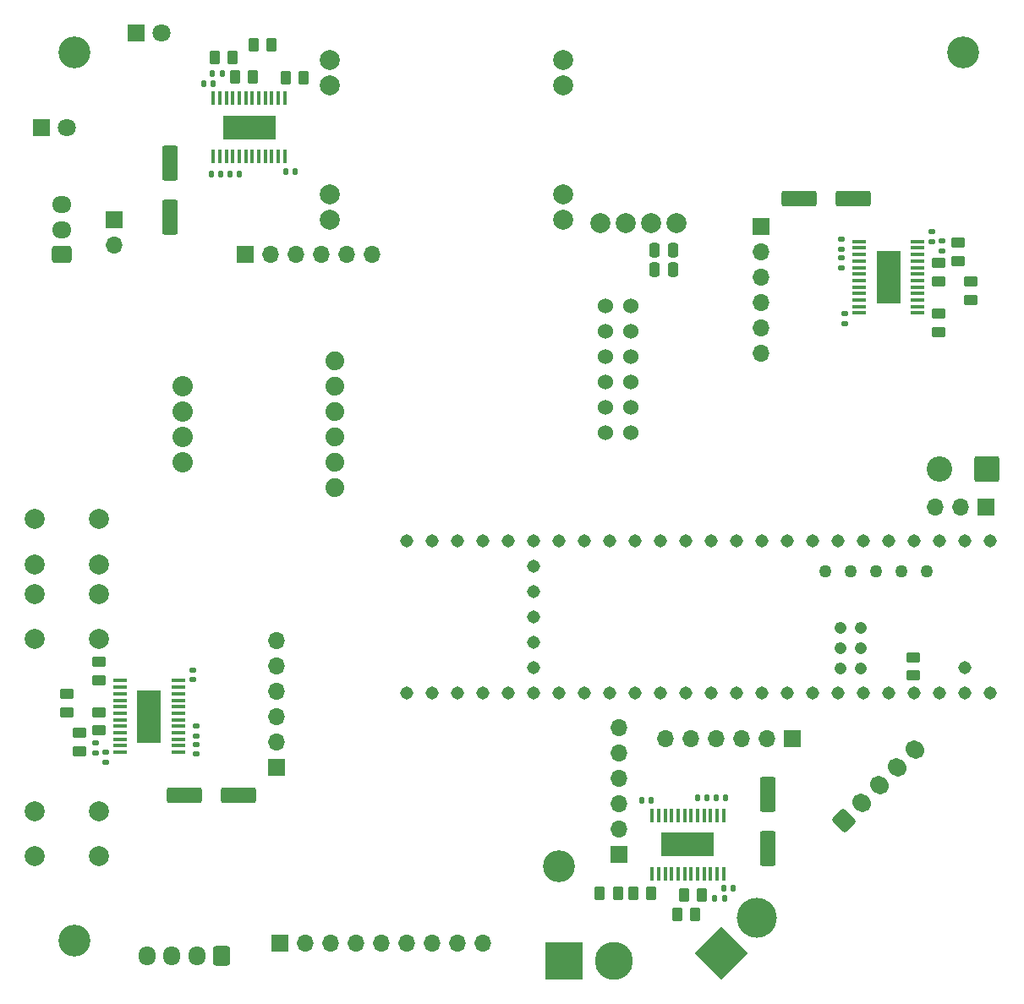
<source format=gbr>
%TF.GenerationSoftware,KiCad,Pcbnew,7.0.8*%
%TF.CreationDate,2023-10-26T13:24:24+11:00*%
%TF.ProjectId,Main 4.2,4d61696e-2034-42e3-922e-6b696361645f,rev?*%
%TF.SameCoordinates,Original*%
%TF.FileFunction,Soldermask,Bot*%
%TF.FilePolarity,Negative*%
%FSLAX46Y46*%
G04 Gerber Fmt 4.6, Leading zero omitted, Abs format (unit mm)*
G04 Created by KiCad (PCBNEW 7.0.8) date 2023-10-26 13:24:24*
%MOMM*%
%LPD*%
G01*
G04 APERTURE LIST*
G04 Aperture macros list*
%AMRoundRect*
0 Rectangle with rounded corners*
0 $1 Rounding radius*
0 $2 $3 $4 $5 $6 $7 $8 $9 X,Y pos of 4 corners*
0 Add a 4 corners polygon primitive as box body*
4,1,4,$2,$3,$4,$5,$6,$7,$8,$9,$2,$3,0*
0 Add four circle primitives for the rounded corners*
1,1,$1+$1,$2,$3*
1,1,$1+$1,$4,$5*
1,1,$1+$1,$6,$7*
1,1,$1+$1,$8,$9*
0 Add four rect primitives between the rounded corners*
20,1,$1+$1,$2,$3,$4,$5,0*
20,1,$1+$1,$4,$5,$6,$7,0*
20,1,$1+$1,$6,$7,$8,$9,0*
20,1,$1+$1,$8,$9,$2,$3,0*%
%AMHorizOval*
0 Thick line with rounded ends*
0 $1 width*
0 $2 $3 position (X,Y) of the first rounded end (center of the circle)*
0 $4 $5 position (X,Y) of the second rounded end (center of the circle)*
0 Add line between two ends*
20,1,$1,$2,$3,$4,$5,0*
0 Add two circle primitives to create the rounded ends*
1,1,$1,$2,$3*
1,1,$1,$4,$5*%
%AMRotRect*
0 Rectangle, with rotation*
0 The origin of the aperture is its center*
0 $1 length*
0 $2 width*
0 $3 Rotation angle, in degrees counterclockwise*
0 Add horizontal line*
21,1,$1,$2,0,0,$3*%
G04 Aperture macros list end*
%ADD10C,1.524000*%
%ADD11C,3.200000*%
%ADD12C,2.000000*%
%ADD13RoundRect,0.249999X1.025001X1.025001X-1.025001X1.025001X-1.025001X-1.025001X1.025001X-1.025001X0*%
%ADD14C,2.550000*%
%ADD15R,1.700000X1.700000*%
%ADD16O,1.700000X1.700000*%
%ADD17RoundRect,0.250000X0.088388X-0.936916X0.936916X-0.088388X-0.088388X0.936916X-0.936916X0.088388X0*%
%ADD18HorizOval,1.700000X-0.088388X0.088388X0.088388X-0.088388X0*%
%ADD19C,1.308000*%
%ADD20C,1.258000*%
%ADD21C,1.208000*%
%ADD22R,1.800000X1.800000*%
%ADD23C,1.800000*%
%ADD24RotRect,3.800000X3.800000X45.000000*%
%ADD25C,4.000000*%
%ADD26R,3.800000X3.800000*%
%ADD27C,3.800000*%
%ADD28C,1.879600*%
%ADD29C,2.032000*%
%ADD30RoundRect,0.140000X0.140000X0.170000X-0.140000X0.170000X-0.140000X-0.170000X0.140000X-0.170000X0*%
%ADD31RoundRect,0.140000X-0.170000X0.140000X-0.170000X-0.140000X0.170000X-0.140000X0.170000X0.140000X0*%
%ADD32R,0.354800X1.461999*%
%ADD33R,5.283200X2.413000*%
%ADD34RoundRect,0.250000X-0.550000X1.500000X-0.550000X-1.500000X0.550000X-1.500000X0.550000X1.500000X0*%
%ADD35RoundRect,0.250000X0.262500X0.450000X-0.262500X0.450000X-0.262500X-0.450000X0.262500X-0.450000X0*%
%ADD36RoundRect,0.140000X-0.140000X-0.170000X0.140000X-0.170000X0.140000X0.170000X-0.140000X0.170000X0*%
%ADD37RoundRect,0.140000X0.170000X-0.140000X0.170000X0.140000X-0.170000X0.140000X-0.170000X-0.140000X0*%
%ADD38R,1.461999X0.354800*%
%ADD39R,2.413000X5.283200*%
%ADD40RoundRect,0.250000X0.450000X-0.262500X0.450000X0.262500X-0.450000X0.262500X-0.450000X-0.262500X0*%
%ADD41RoundRect,0.250000X0.250000X0.475000X-0.250000X0.475000X-0.250000X-0.475000X0.250000X-0.475000X0*%
%ADD42RoundRect,0.250000X-0.450000X0.262500X-0.450000X-0.262500X0.450000X-0.262500X0.450000X0.262500X0*%
%ADD43RoundRect,0.250000X-0.262500X-0.450000X0.262500X-0.450000X0.262500X0.450000X-0.262500X0.450000X0*%
%ADD44RoundRect,0.135000X0.135000X0.185000X-0.135000X0.185000X-0.135000X-0.185000X0.135000X-0.185000X0*%
%ADD45RoundRect,0.250000X0.600000X0.725000X-0.600000X0.725000X-0.600000X-0.725000X0.600000X-0.725000X0*%
%ADD46O,1.700000X1.950000*%
%ADD47RoundRect,0.135000X-0.135000X-0.185000X0.135000X-0.185000X0.135000X0.185000X-0.135000X0.185000X0*%
%ADD48RoundRect,0.135000X0.185000X-0.135000X0.185000X0.135000X-0.185000X0.135000X-0.185000X-0.135000X0*%
%ADD49RoundRect,0.135000X-0.185000X0.135000X-0.185000X-0.135000X0.185000X-0.135000X0.185000X0.135000X0*%
%ADD50RoundRect,0.250000X0.550000X-1.500000X0.550000X1.500000X-0.550000X1.500000X-0.550000X-1.500000X0*%
%ADD51RoundRect,0.250000X1.500000X0.550000X-1.500000X0.550000X-1.500000X-0.550000X1.500000X-0.550000X0*%
%ADD52RoundRect,0.250000X0.725000X-0.600000X0.725000X0.600000X-0.725000X0.600000X-0.725000X-0.600000X0*%
%ADD53O,1.950000X1.700000*%
%ADD54RoundRect,0.250000X-1.500000X-0.550000X1.500000X-0.550000X1.500000X0.550000X-1.500000X0.550000X0*%
G04 APERTURE END LIST*
D10*
%TO.C,U8*%
X158640000Y-143600000D03*
X161180000Y-143600000D03*
X158640000Y-141060000D03*
X161180000Y-141060000D03*
X158640000Y-138520000D03*
X161180000Y-138520000D03*
X158640000Y-135980000D03*
X161180000Y-135980000D03*
X158640000Y-133440000D03*
X161180000Y-133440000D03*
X161180000Y-130900000D03*
X158640000Y-130900000D03*
%TD*%
D11*
%TO.C,H3*%
X105500000Y-105500000D03*
%TD*%
D12*
%TO.C,SW2*%
X108000000Y-156750000D03*
X101500000Y-156750000D03*
X108000000Y-152250000D03*
X101500000Y-152250000D03*
%TD*%
%TO.C,SW3*%
X101500000Y-181500000D03*
X108000000Y-181500000D03*
X101500000Y-186000000D03*
X108000000Y-186000000D03*
%TD*%
%TO.C,SW1*%
X108000000Y-164250000D03*
X101500000Y-164250000D03*
X108000000Y-159750000D03*
X101500000Y-159750000D03*
%TD*%
D11*
%TO.C,H1*%
X154000000Y-187000000D03*
%TD*%
%TO.C,H2*%
X194500000Y-105500000D03*
%TD*%
D13*
%TO.C,J14*%
X196900000Y-147250000D03*
D14*
X192100000Y-147250000D03*
%TD*%
D15*
%TO.C,U10*%
X160000000Y-185850000D03*
D16*
X160000000Y-183310000D03*
X160000000Y-180770000D03*
X160000000Y-178230000D03*
X160000000Y-175690000D03*
X160000000Y-173150000D03*
%TD*%
D17*
%TO.C,J13*%
X182593235Y-182414303D03*
D18*
X184361002Y-180646536D03*
X186128769Y-178878769D03*
X187896536Y-177111002D03*
X189664303Y-175343235D03*
%TD*%
D15*
%TO.C,J12*%
X126090000Y-194750000D03*
D16*
X128630000Y-194750000D03*
X131170000Y-194750000D03*
X133710000Y-194750000D03*
X136250000Y-194750000D03*
X138790000Y-194750000D03*
X141330000Y-194750000D03*
X143870000Y-194750000D03*
X146410000Y-194750000D03*
%TD*%
D12*
%TO.C,U7*%
X158190000Y-122580000D03*
X160730000Y-122580000D03*
X163270000Y-122580000D03*
X165810000Y-122580000D03*
%TD*%
D19*
%TO.C,U12*%
X194670000Y-154380000D03*
X192130000Y-154380000D03*
X189590000Y-154380000D03*
X187050000Y-154380000D03*
X161650000Y-154380000D03*
X192130000Y-169620000D03*
X151490000Y-159460000D03*
X184510000Y-154380000D03*
X181970000Y-154380000D03*
D20*
X190860000Y-157430000D03*
D19*
X179430000Y-154380000D03*
X176890000Y-154380000D03*
X174350000Y-154380000D03*
X171810000Y-154380000D03*
X169270000Y-154380000D03*
X166730000Y-154380000D03*
X164190000Y-154380000D03*
X164190000Y-169620000D03*
X166730000Y-169620000D03*
X169270000Y-169620000D03*
X171810000Y-169620000D03*
X174350000Y-169620000D03*
X176890000Y-169620000D03*
X179430000Y-169620000D03*
X181970000Y-169620000D03*
X184510000Y-169620000D03*
X187050000Y-169620000D03*
X189590000Y-169620000D03*
X159110000Y-154380000D03*
X156570000Y-154380000D03*
X154030000Y-154380000D03*
X151490000Y-154380000D03*
X148950000Y-154380000D03*
X146410000Y-154380000D03*
X143870000Y-154380000D03*
X141330000Y-154380000D03*
X138790000Y-154380000D03*
X138790000Y-169620000D03*
X141330000Y-169620000D03*
X143870000Y-169620000D03*
X146410000Y-169620000D03*
X148950000Y-169620000D03*
X151490000Y-169620000D03*
X154030000Y-169620000D03*
X156570000Y-169620000D03*
X159110000Y-169620000D03*
D20*
X185780000Y-157430000D03*
X188320000Y-157430000D03*
D19*
X197210000Y-154380000D03*
X161650000Y-169620000D03*
X194670000Y-169620000D03*
X151490000Y-162000000D03*
D21*
X182240000Y-165170000D03*
X184240000Y-165170000D03*
D19*
X151490000Y-167080000D03*
X151490000Y-164540000D03*
D21*
X184240000Y-167170000D03*
X182240000Y-167170000D03*
X182240000Y-163170000D03*
X184240000Y-163170000D03*
D20*
X183240000Y-157430000D03*
X180700000Y-157430000D03*
D19*
X151490000Y-156920000D03*
X197210000Y-169620000D03*
X194670000Y-167080000D03*
%TD*%
D15*
%TO.C,J16*%
X196775000Y-151025000D03*
D16*
X194235000Y-151025000D03*
X191695000Y-151025000D03*
%TD*%
D22*
%TO.C,Q1*%
X102225000Y-113000000D03*
D23*
X104765000Y-113000000D03*
%TD*%
D11*
%TO.C,H4*%
X105500000Y-194500000D03*
%TD*%
D24*
%TO.C,J10*%
X170272614Y-195727387D03*
D25*
X173808148Y-192191853D03*
%TD*%
D26*
%TO.C,J11*%
X154500000Y-196500000D03*
D27*
X159500000Y-196500000D03*
%TD*%
D15*
%TO.C,J2*%
X109500000Y-122225000D03*
D16*
X109500000Y-124765000D03*
%TD*%
D28*
%TO.C,U9*%
X131620000Y-149080000D03*
X131620000Y-146540000D03*
X131620000Y-144000000D03*
X131620000Y-141460000D03*
X131620000Y-138920000D03*
X131620000Y-136380000D03*
D29*
X116380000Y-146540000D03*
X116380000Y-144000000D03*
X116380000Y-141460000D03*
X116380000Y-138920000D03*
%TD*%
D22*
%TO.C,D1*%
X111725000Y-103500000D03*
D23*
X114265000Y-103500000D03*
%TD*%
D12*
%TO.C,U6*%
X154435000Y-122240000D03*
X154435000Y-119700000D03*
X154435000Y-108800000D03*
X154435000Y-106260000D03*
X131095000Y-122250000D03*
X131095000Y-119710000D03*
X131095000Y-108810000D03*
X131095000Y-106270000D03*
%TD*%
D30*
%TO.C,C3*%
X168855002Y-180124998D03*
X167895002Y-180124998D03*
%TD*%
D15*
%TO.C,J5*%
X177350000Y-174250000D03*
D16*
X174810000Y-174250000D03*
X172270000Y-174250000D03*
X169730000Y-174250000D03*
X167190000Y-174250000D03*
X164650000Y-174250000D03*
%TD*%
D31*
%TO.C,C16*%
X108600000Y-175600000D03*
X108600000Y-176560000D03*
%TD*%
D32*
%TO.C,U1*%
X170500001Y-187745998D03*
X169850002Y-187745998D03*
X169200004Y-187745998D03*
X168550003Y-187745998D03*
X167900004Y-187745998D03*
X167250003Y-187745998D03*
X166600004Y-187745998D03*
X165950003Y-187745998D03*
X165300004Y-187745998D03*
X164650003Y-187745998D03*
X164000004Y-187745998D03*
X163350003Y-187745998D03*
X163350003Y-181903998D03*
X164000002Y-181903998D03*
X164650003Y-181903998D03*
X165300001Y-181903998D03*
X165950003Y-181903998D03*
X166600001Y-181903998D03*
X167250000Y-181903998D03*
X167900001Y-181903998D03*
X168550000Y-181903998D03*
X169200001Y-181903998D03*
X169850000Y-181903998D03*
X170500001Y-181903998D03*
D33*
X166925002Y-184824998D03*
%TD*%
D34*
%TO.C,C4*%
X174895002Y-179800000D03*
X174895002Y-185200000D03*
%TD*%
D35*
%TO.C,R5*%
X163287502Y-189750000D03*
X161462502Y-189750000D03*
%TD*%
D31*
%TO.C,C8*%
X182300000Y-126070000D03*
X182300000Y-127030000D03*
%TD*%
D36*
%TO.C,C15*%
X126670000Y-117400000D03*
X127630000Y-117400000D03*
%TD*%
D37*
%TO.C,C18*%
X117700000Y-173930000D03*
X117700000Y-172970000D03*
%TD*%
D38*
%TO.C,U2*%
X189921000Y-124425001D03*
X189921000Y-125075000D03*
X189921000Y-125724998D03*
X189921000Y-126374999D03*
X189921000Y-127024998D03*
X189921000Y-127674999D03*
X189921000Y-128324998D03*
X189921000Y-128974999D03*
X189921000Y-129624998D03*
X189921000Y-130274999D03*
X189921000Y-130924998D03*
X189921000Y-131574999D03*
X184079000Y-131574999D03*
X184079000Y-130925000D03*
X184079000Y-130274999D03*
X184079000Y-129625001D03*
X184079000Y-128974999D03*
X184079000Y-128325001D03*
X184079000Y-127675002D03*
X184079000Y-127025001D03*
X184079000Y-126375002D03*
X184079000Y-125725001D03*
X184079000Y-125075002D03*
X184079000Y-124425001D03*
D39*
X187000000Y-128000000D03*
%TD*%
D40*
%TO.C,R7*%
X195250000Y-130262500D03*
X195250000Y-128437500D03*
%TD*%
D41*
%TO.C,C26*%
X165450000Y-125250000D03*
X163550000Y-125250000D03*
%TD*%
D36*
%TO.C,C12*%
X119220000Y-117700000D03*
X120180000Y-117700000D03*
%TD*%
D42*
%TO.C,R17*%
X104750000Y-169737500D03*
X104750000Y-171562500D03*
%TD*%
D30*
%TO.C,C2*%
X170705002Y-180124998D03*
X169745002Y-180124998D03*
%TD*%
D42*
%TO.C,R8*%
X194000000Y-124537500D03*
X194000000Y-126362500D03*
%TD*%
D15*
%TO.C,J7*%
X122650000Y-125750000D03*
D16*
X125190000Y-125750000D03*
X127730000Y-125750000D03*
X130270000Y-125750000D03*
X132810000Y-125750000D03*
X135350000Y-125750000D03*
%TD*%
D40*
%TO.C,R19*%
X107950000Y-173412500D03*
X107950000Y-171587500D03*
%TD*%
D43*
%TO.C,R13*%
X119537500Y-106000000D03*
X121362500Y-106000000D03*
%TD*%
D44*
%TO.C,R6*%
X170585002Y-190224998D03*
X169565002Y-190224998D03*
%TD*%
D15*
%TO.C,J6*%
X174250000Y-122920000D03*
D16*
X174250000Y-125460000D03*
X174250000Y-128000000D03*
X174250000Y-130540000D03*
X174250000Y-133080000D03*
X174250000Y-135620000D03*
%TD*%
D45*
%TO.C,J15*%
X120250000Y-195975000D03*
D46*
X117750000Y-195975000D03*
X115250000Y-195975000D03*
X112750000Y-195975000D03*
%TD*%
D35*
%TO.C,R12*%
X125262500Y-104750000D03*
X123437500Y-104750000D03*
%TD*%
D41*
%TO.C,C27*%
X165450000Y-127250000D03*
X163550000Y-127250000D03*
%TD*%
D30*
%TO.C,C11*%
X119400000Y-108600000D03*
X118440000Y-108600000D03*
%TD*%
D47*
%TO.C,R16*%
X119340000Y-107600000D03*
X120360000Y-107600000D03*
%TD*%
D42*
%TO.C,R10*%
X192000000Y-131637500D03*
X192000000Y-133462500D03*
%TD*%
D35*
%TO.C,R4*%
X168337502Y-189874998D03*
X166512502Y-189874998D03*
%TD*%
D48*
%TO.C,R21*%
X107600000Y-175660000D03*
X107600000Y-174640000D03*
%TD*%
D31*
%TO.C,C10*%
X182600000Y-131670000D03*
X182600000Y-132630000D03*
%TD*%
D36*
%TO.C,C1*%
X170525002Y-189224998D03*
X171485002Y-189224998D03*
%TD*%
D43*
%TO.C,R14*%
X121587500Y-107950000D03*
X123412500Y-107950000D03*
%TD*%
D49*
%TO.C,R11*%
X192400000Y-124340000D03*
X192400000Y-125360000D03*
%TD*%
D50*
%TO.C,C14*%
X115100000Y-121950000D03*
X115100000Y-116550000D03*
%TD*%
D30*
%TO.C,C5*%
X163255002Y-180424998D03*
X162295002Y-180424998D03*
%TD*%
D51*
%TO.C,C19*%
X121950000Y-179900000D03*
X116550000Y-179900000D03*
%TD*%
D40*
%TO.C,R18*%
X106000000Y-175462500D03*
X106000000Y-173637500D03*
%TD*%
D32*
%TO.C,U3*%
X119425001Y-110079000D03*
X120075000Y-110079000D03*
X120724998Y-110079000D03*
X121374999Y-110079000D03*
X122024998Y-110079000D03*
X122674999Y-110079000D03*
X123324998Y-110079000D03*
X123974999Y-110079000D03*
X124624998Y-110079000D03*
X125274999Y-110079000D03*
X125924998Y-110079000D03*
X126574999Y-110079000D03*
X126574999Y-115921000D03*
X125925000Y-115921000D03*
X125274999Y-115921000D03*
X124625001Y-115921000D03*
X123974999Y-115921000D03*
X123325001Y-115921000D03*
X122675002Y-115921000D03*
X122025001Y-115921000D03*
X121375002Y-115921000D03*
X120725001Y-115921000D03*
X120075002Y-115921000D03*
X119425001Y-115921000D03*
D33*
X123000000Y-113000000D03*
%TD*%
D15*
%TO.C,J8*%
X125750000Y-177100000D03*
D16*
X125750000Y-174560000D03*
X125750000Y-172020000D03*
X125750000Y-169480000D03*
X125750000Y-166940000D03*
X125750000Y-164400000D03*
%TD*%
D31*
%TO.C,C7*%
X182300000Y-124220000D03*
X182300000Y-125180000D03*
%TD*%
D40*
%TO.C,R20*%
X108000000Y-168362500D03*
X108000000Y-166537500D03*
%TD*%
D35*
%TO.C,R2*%
X159912500Y-189750000D03*
X158087500Y-189750000D03*
%TD*%
D38*
%TO.C,U4*%
X110079000Y-175574999D03*
X110079000Y-174925000D03*
X110079000Y-174275002D03*
X110079000Y-173625001D03*
X110079000Y-172975002D03*
X110079000Y-172325001D03*
X110079000Y-171675002D03*
X110079000Y-171025001D03*
X110079000Y-170375002D03*
X110079000Y-169725001D03*
X110079000Y-169075002D03*
X110079000Y-168425001D03*
X115921000Y-168425001D03*
X115921000Y-169075000D03*
X115921000Y-169725001D03*
X115921000Y-170374999D03*
X115921000Y-171025001D03*
X115921000Y-171674999D03*
X115921000Y-172324998D03*
X115921000Y-172974999D03*
X115921000Y-173624998D03*
X115921000Y-174274999D03*
X115921000Y-174924998D03*
X115921000Y-175574999D03*
D39*
X113000000Y-172000000D03*
%TD*%
D52*
%TO.C,J1*%
X104275000Y-125750000D03*
D53*
X104275000Y-123250000D03*
X104275000Y-120750000D03*
%TD*%
D42*
%TO.C,R9*%
X192050000Y-126587500D03*
X192050000Y-128412500D03*
%TD*%
D43*
%TO.C,R15*%
X126637500Y-108000000D03*
X128462500Y-108000000D03*
%TD*%
D37*
%TO.C,C6*%
X191400000Y-124400000D03*
X191400000Y-123440000D03*
%TD*%
D35*
%TO.C,R3*%
X167662500Y-191824998D03*
X165837500Y-191824998D03*
%TD*%
D54*
%TO.C,C9*%
X178050000Y-120100000D03*
X183450000Y-120100000D03*
%TD*%
D40*
%TO.C,R33*%
X189500000Y-167912500D03*
X189500000Y-166087500D03*
%TD*%
D37*
%TO.C,C20*%
X117400000Y-168330000D03*
X117400000Y-167370000D03*
%TD*%
D36*
%TO.C,C13*%
X121070000Y-117700000D03*
X122030000Y-117700000D03*
%TD*%
D37*
%TO.C,C17*%
X117700000Y-175780000D03*
X117700000Y-174820000D03*
%TD*%
M02*

</source>
